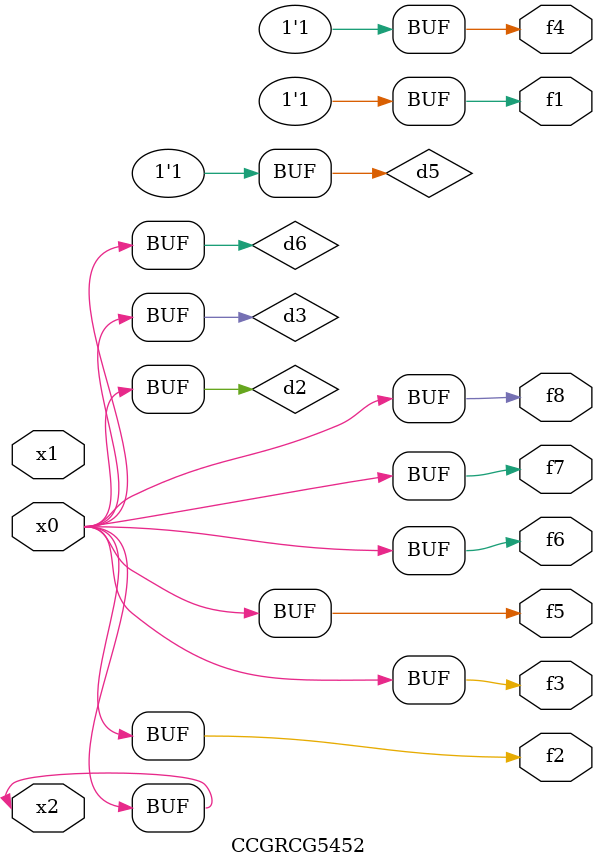
<source format=v>
module CCGRCG5452(
	input x0, x1, x2,
	output f1, f2, f3, f4, f5, f6, f7, f8
);

	wire d1, d2, d3, d4, d5, d6;

	xnor (d1, x2);
	buf (d2, x0, x2);
	and (d3, x0);
	xnor (d4, x1, x2);
	nand (d5, d1, d3);
	buf (d6, d2, d3);
	assign f1 = d5;
	assign f2 = d6;
	assign f3 = d6;
	assign f4 = d5;
	assign f5 = d6;
	assign f6 = d6;
	assign f7 = d6;
	assign f8 = d6;
endmodule

</source>
